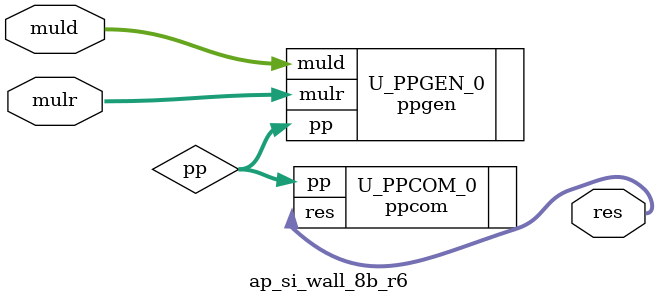
<source format=v>
module ap_si_wall_8b_r6 (
    input  signed [7:0] muld,
    input  signed [7:0] mulr,
    
    output signed [15:0] res
);

wire [63:0] pp;

ppgen #(
    .DW                             ( 8                             ))
U_PPGEN_0(
    .muld                           ( muld                          ),
    .mulr                           ( mulr                          ),
    .pp                             ( pp                            )
);


ppcom U_PPCOM_0(
    .pp                             ( pp                            ),
    .res                            ( res                           )
);


endmodule

</source>
